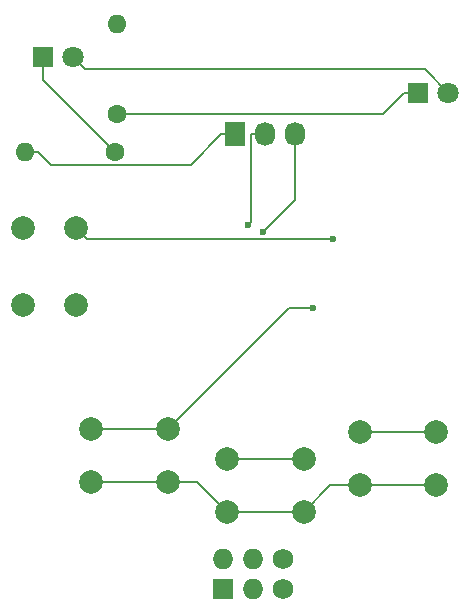
<source format=gbr>
%TF.GenerationSoftware,KiCad,Pcbnew,8.0.6*%
%TF.CreationDate,2025-01-13T20:16:21-05:00*%
%TF.ProjectId,TamaBadge,54616d61-4261-4646-9765-2e6b69636164,rev?*%
%TF.SameCoordinates,Original*%
%TF.FileFunction,Copper,L2,Bot*%
%TF.FilePolarity,Positive*%
%FSLAX46Y46*%
G04 Gerber Fmt 4.6, Leading zero omitted, Abs format (unit mm)*
G04 Created by KiCad (PCBNEW 8.0.6) date 2025-01-13 20:16:21*
%MOMM*%
%LPD*%
G01*
G04 APERTURE LIST*
%TA.AperFunction,ComponentPad*%
%ADD10C,2.000000*%
%TD*%
%TA.AperFunction,ComponentPad*%
%ADD11O,1.730000X2.030000*%
%TD*%
%TA.AperFunction,ComponentPad*%
%ADD12R,1.730000X2.030000*%
%TD*%
%TA.AperFunction,ComponentPad*%
%ADD13R,1.800000X1.800000*%
%TD*%
%TA.AperFunction,ComponentPad*%
%ADD14C,1.800000*%
%TD*%
%TA.AperFunction,ComponentPad*%
%ADD15C,1.600000*%
%TD*%
%TA.AperFunction,ComponentPad*%
%ADD16O,1.600000X1.600000*%
%TD*%
%TA.AperFunction,ComponentPad*%
%ADD17C,1.727200*%
%TD*%
%TA.AperFunction,ComponentPad*%
%ADD18O,1.727200X1.727200*%
%TD*%
%TA.AperFunction,ComponentPad*%
%ADD19R,1.727200X1.727200*%
%TD*%
%TA.AperFunction,ViaPad*%
%ADD20C,0.600000*%
%TD*%
%TA.AperFunction,Conductor*%
%ADD21C,0.200000*%
%TD*%
G04 APERTURE END LIST*
D10*
%TO.P,SW7,2,2*%
%TO.N,Net-(J1-Pin_1)*%
X95500000Y-134500000D03*
X95500000Y-128000000D03*
%TO.P,SW7,1,1*%
%TO.N,Net-(U1-PA4_A1_D1)*%
X100000000Y-134500000D03*
X100000000Y-128000000D03*
%TD*%
D11*
%TO.P,J1,3,Pin_3*%
%TO.N,Net-(J1-Pin_3)*%
X118540000Y-120000000D03*
%TO.P,J1,2,Pin_2*%
%TO.N,Net-(J1-Pin_2)*%
X116000000Y-120000000D03*
D12*
%TO.P,J1,1,Pin_1*%
%TO.N,Net-(J1-Pin_1)*%
X113460000Y-120000000D03*
%TD*%
D13*
%TO.P,D2,1,K*%
%TO.N,Net-(D2-K)*%
X128960000Y-116500000D03*
D14*
%TO.P,D2,2,A*%
%TO.N,Net-(D1-A)*%
X131500000Y-116500000D03*
%TD*%
D15*
%TO.P,R1,1*%
%TO.N,Net-(D1-K)*%
X103310000Y-121500000D03*
D16*
%TO.P,R1,2*%
%TO.N,Net-(J1-Pin_1)*%
X95690000Y-121500000D03*
%TD*%
D15*
%TO.P,R2,1*%
%TO.N,Net-(D2-K)*%
X103500000Y-118310000D03*
D16*
%TO.P,R2,2*%
%TO.N,Net-(J1-Pin_1)*%
X103500000Y-110690000D03*
%TD*%
D17*
%TO.P,X1,6,GPIO2*%
%TO.N,unconnected-(X1-GPIO2-Pad6)*%
X117500000Y-158540000D03*
%TO.P,X1,5,GPIO1*%
%TO.N,unconnected-(X1-GPIO1-Pad5)*%
X117500000Y-156000000D03*
D18*
%TO.P,X1,4,SCL*%
%TO.N,unconnected-(X1-SCL-Pad4)*%
X114960000Y-158540000D03*
%TO.P,X1,3,SDA*%
%TO.N,unconnected-(X1-SDA-Pad3)*%
X114960000Y-156000000D03*
D19*
%TO.P,X1,2,GND*%
%TO.N,Net-(J1-Pin_1)*%
X112420000Y-158540000D03*
D18*
%TO.P,X1,1,VCC*%
%TO.N,Net-(U1-3V3)*%
X112420000Y-156000000D03*
%TD*%
D10*
%TO.P,SW5,2,2*%
%TO.N,Net-(J1-Pin_1)*%
X119250000Y-152000000D03*
X112750000Y-152000000D03*
%TO.P,SW5,1,1*%
%TO.N,Net-(U1-PA8_A4_D4_SDA)*%
X119250000Y-147500000D03*
X112750000Y-147500000D03*
%TD*%
%TO.P,SW4,2,2*%
%TO.N,Net-(J1-Pin_1)*%
X107750000Y-149500000D03*
X101250000Y-149500000D03*
%TO.P,SW4,1,1*%
%TO.N,Net-(U1-PA10_A2_D2)*%
X107750000Y-145000000D03*
X101250000Y-145000000D03*
%TD*%
%TO.P,SW6,2,2*%
%TO.N,Net-(J1-Pin_1)*%
X130500000Y-149750000D03*
X124000000Y-149750000D03*
%TO.P,SW6,1,1*%
%TO.N,Net-(U1-PA11_A3_D3)*%
X130500000Y-145250000D03*
X124000000Y-145250000D03*
%TD*%
D13*
%TO.P,D1,1,K*%
%TO.N,Net-(D1-K)*%
X97225000Y-113500000D03*
D14*
%TO.P,D1,2,A*%
%TO.N,Net-(D1-A)*%
X99765000Y-113500000D03*
%TD*%
D20*
%TO.N,Net-(U1-PA4_A1_D1)*%
X121777800Y-128907800D03*
%TO.N,Net-(U1-PA10_A2_D2)*%
X120022300Y-134710700D03*
%TO.N,Net-(J1-Pin_3)*%
X115798500Y-128303400D03*
%TO.N,Net-(J1-Pin_2)*%
X114558000Y-127746100D03*
%TD*%
D21*
%TO.N,Net-(U1-PA4_A1_D1)*%
X100907800Y-128907800D02*
X121777800Y-128907800D01*
X100000000Y-128000000D02*
X100907800Y-128907800D01*
%TO.N,Net-(U1-PA11_A3_D3)*%
X124000000Y-145250000D02*
X130500000Y-145250000D01*
%TO.N,Net-(U1-PA8_A4_D4_SDA)*%
X112750000Y-147500000D02*
X119250000Y-147500000D01*
%TO.N,Net-(U1-PA10_A2_D2)*%
X101250000Y-145000000D02*
X107750000Y-145000000D01*
X118039300Y-134710700D02*
X120022300Y-134710700D01*
X107750000Y-145000000D02*
X118039300Y-134710700D01*
%TO.N,Net-(J1-Pin_1)*%
X124000000Y-149750000D02*
X130500000Y-149750000D01*
X101250000Y-149500000D02*
X107750000Y-149500000D01*
X110250000Y-149500000D02*
X112750000Y-152000000D01*
X107750000Y-149500000D02*
X110250000Y-149500000D01*
X121500000Y-149750000D02*
X119250000Y-152000000D01*
X124000000Y-149750000D02*
X121500000Y-149750000D01*
X119250000Y-152000000D02*
X112750000Y-152000000D01*
X97895200Y-122603500D02*
X96791700Y-121500000D01*
X109689800Y-122603500D02*
X97895200Y-122603500D01*
X112293300Y-120000000D02*
X109689800Y-122603500D01*
X113460000Y-120000000D02*
X112293300Y-120000000D01*
X95690000Y-121500000D02*
X96791700Y-121500000D01*
%TO.N,Net-(J1-Pin_3)*%
X118540000Y-125561900D02*
X115798500Y-128303400D01*
X118540000Y-120000000D02*
X118540000Y-125561900D01*
%TO.N,Net-(J1-Pin_2)*%
X116000000Y-120000000D02*
X114833300Y-120000000D01*
X114833300Y-127470800D02*
X114558000Y-127746100D01*
X114833300Y-120000000D02*
X114833300Y-127470800D01*
%TO.N,Net-(D2-K)*%
X125948300Y-118310000D02*
X127758300Y-116500000D01*
X103500000Y-118310000D02*
X125948300Y-118310000D01*
X128960000Y-116500000D02*
X127758300Y-116500000D01*
%TO.N,Net-(D1-A)*%
X100765000Y-114500000D02*
X99765000Y-113500000D01*
X129500000Y-114500000D02*
X100765000Y-114500000D01*
X131500000Y-116500000D02*
X129500000Y-114500000D01*
%TO.N,Net-(D1-K)*%
X97225000Y-115415000D02*
X97225000Y-113500000D01*
X103310000Y-121500000D02*
X97225000Y-115415000D01*
%TD*%
M02*

</source>
